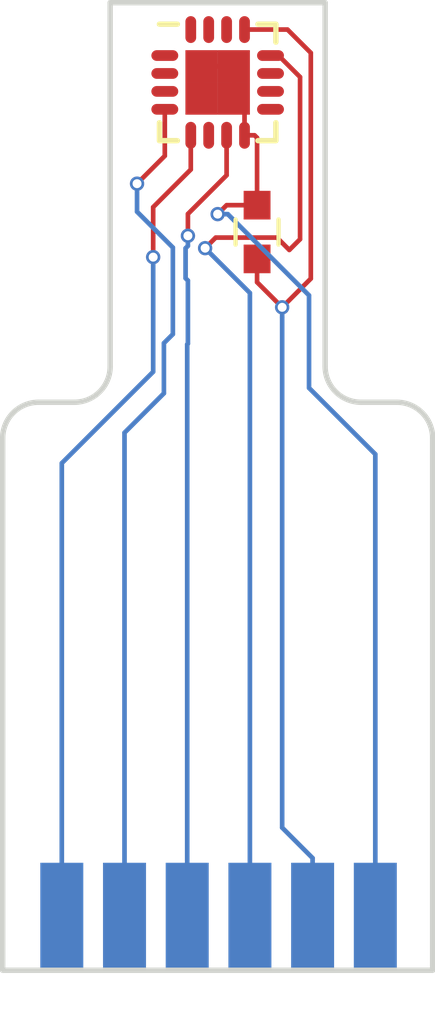
<source format=kicad_pcb>
(kicad_pcb (version 4) (host pcbnew 4.0.6)

  (general
    (links 12)
    (no_connects 0)
    (area 85.336667 58.895 99.075001 89.755)
    (thickness 1.6)
    (drawings 12)
    (tracks 72)
    (zones 0)
    (modules 3)
    (nets 7)
  )

  (page A4)
  (layers
    (0 F.Cu signal)
    (31 B.Cu signal)
    (32 B.Adhes user)
    (33 F.Adhes user)
    (34 B.Paste user)
    (35 F.Paste user)
    (36 B.SilkS user)
    (37 F.SilkS user)
    (38 B.Mask user)
    (39 F.Mask user)
    (40 Dwgs.User user)
    (41 Cmts.User user)
    (42 Eco1.User user)
    (43 Eco2.User user)
    (44 Edge.Cuts user)
    (45 Margin user)
    (46 B.CrtYd user)
    (47 F.CrtYd user)
    (48 B.Fab user)
    (49 F.Fab user)
  )

  (setup
    (last_trace_width 0.13)
    (trace_clearance 0.13)
    (zone_clearance 0.508)
    (zone_45_only no)
    (trace_min 0.1)
    (segment_width 0.2)
    (edge_width 0.15)
    (via_size 0.4)
    (via_drill 0.25)
    (via_min_size 0.2)
    (via_min_drill 0.2)
    (uvia_size 0.3)
    (uvia_drill 0.1)
    (uvias_allowed no)
    (uvia_min_size 0.2)
    (uvia_min_drill 0.1)
    (pcb_text_width 0.3)
    (pcb_text_size 1.5 1.5)
    (mod_edge_width 0.15)
    (mod_text_size 1 1)
    (mod_text_width 0.15)
    (pad_size 1.524 1.524)
    (pad_drill 0.762)
    (pad_to_mask_clearance 0.2)
    (aux_axis_origin 0 0)
    (visible_elements 7FFFFFFF)
    (pcbplotparams
      (layerselection 0x010c0_80000001)
      (usegerberextensions false)
      (excludeedgelayer true)
      (linewidth 0.100000)
      (plotframeref false)
      (viasonmask false)
      (mode 1)
      (useauxorigin false)
      (hpglpennumber 1)
      (hpglpenspeed 20)
      (hpglpendiameter 15)
      (hpglpenoverlay 2)
      (psnegative false)
      (psa4output false)
      (plotreference true)
      (plotvalue true)
      (plotinvisibletext false)
      (padsonsilk false)
      (subtractmaskfromsilk false)
      (outputformat 1)
      (mirror false)
      (drillshape 0)
      (scaleselection 1)
      (outputdirectory Gerber))
  )

  (net 0 "")
  (net 1 +3V3)
  (net 2 Earth)
  (net 3 CS)
  (net 4 MOSI)
  (net 5 MISO)
  (net 6 SCLK)

  (net_class Default "This is the default net class."
    (clearance 0.13)
    (trace_width 0.13)
    (via_dia 0.4)
    (via_drill 0.25)
    (uvia_dia 0.3)
    (uvia_drill 0.1)
    (add_net +3V3)
    (add_net CS)
    (add_net Earth)
    (add_net MISO)
    (add_net MOSI)
    (add_net SCLK)
  )

  (module Dizzy:SPI_CONN (layer B.Cu) (tedit 5BC46E55) (tstamp 5BC2E54B)
    (at 90.3 88.25)
    (path /5BC2E3A6)
    (fp_text reference J1 (at 0 -0.5) (layer B.SilkS) hide
      (effects (font (size 1 1) (thickness 0.15)) (justify mirror))
    )
    (fp_text value CONN_01X06 (at 0 0.5) (layer B.Fab) hide
      (effects (font (size 1 1) (thickness 0.15)) (justify mirror))
    )
    (pad 1 smd rect (at -1.65 -2.75) (size 1.2 3) (layers B.Cu B.Paste B.Mask)
      (net 3 CS))
    (pad 2 smd rect (at 0.1 -2.75) (size 1.2 3) (layers B.Cu B.Paste B.Mask)
      (net 4 MOSI))
    (pad 3 smd rect (at 1.85 -2.75) (size 1.2 3) (layers B.Cu B.Paste B.Mask)
      (net 5 MISO))
    (pad 4 smd rect (at 3.6 -2.75) (size 1.2 3) (layers B.Cu B.Paste B.Mask)
      (net 6 SCLK))
    (pad 5 smd rect (at 5.35 -2.75) (size 1.2 3) (layers B.Cu B.Paste B.Mask)
      (net 1 +3V3))
    (pad 6 smd rect (at 7.1 -2.75) (size 1.2 3) (layers B.Cu B.Paste B.Mask)
      (net 2 Earth))
  )

  (module Capacitors_SMD:C_0603 (layer F.Cu) (tedit 5BC46E5E) (tstamp 5BC2E541)
    (at 94.1 66.4 270)
    (descr "Capacitor SMD 0603, reflow soldering, AVX (see smccp.pdf)")
    (tags "capacitor 0603")
    (path /5BC2E464)
    (attr smd)
    (fp_text reference C1 (at 0 -1.5 270) (layer F.SilkS) hide
      (effects (font (size 1 1) (thickness 0.15)))
    )
    (fp_text value C_Small (at 0 1.5 270) (layer F.Fab)
      (effects (font (size 1 1) (thickness 0.15)))
    )
    (fp_line (start 1.4 0.65) (end -1.4 0.65) (layer F.CrtYd) (width 0.05))
    (fp_line (start 1.4 0.65) (end 1.4 -0.65) (layer F.CrtYd) (width 0.05))
    (fp_line (start -1.4 -0.65) (end -1.4 0.65) (layer F.CrtYd) (width 0.05))
    (fp_line (start -1.4 -0.65) (end 1.4 -0.65) (layer F.CrtYd) (width 0.05))
    (fp_line (start 0.35 0.6) (end -0.35 0.6) (layer F.SilkS) (width 0.12))
    (fp_line (start -0.35 -0.6) (end 0.35 -0.6) (layer F.SilkS) (width 0.12))
    (fp_line (start -0.8 -0.4) (end 0.8 -0.4) (layer F.Fab) (width 0.1))
    (fp_line (start 0.8 -0.4) (end 0.8 0.4) (layer F.Fab) (width 0.1))
    (fp_line (start 0.8 0.4) (end -0.8 0.4) (layer F.Fab) (width 0.1))
    (fp_line (start -0.8 0.4) (end -0.8 -0.4) (layer F.Fab) (width 0.1))
    (fp_text user %R (at 0 0 270) (layer F.Fab)
      (effects (font (size 0.3 0.3) (thickness 0.075)))
    )
    (pad 2 smd rect (at 0.75 0 270) (size 0.8 0.75) (layers F.Cu F.Paste F.Mask)
      (net 1 +3V3))
    (pad 1 smd rect (at -0.75 0 270) (size 0.8 0.75) (layers F.Cu F.Paste F.Mask)
      (net 2 Earth))
    (model Capacitors_SMD.3dshapes/C_0603.wrl
      (at (xyz 0 0 0))
      (scale (xyz 1 1 1))
      (rotate (xyz 0 0 0))
    )
  )

  (module Housings_DFN_QFN:QFN-16-1EP_3x3mm_Pitch0.5mm (layer F.Cu) (tedit 5BC46E64) (tstamp 5BC2E563)
    (at 93 62.225)
    (descr "16-Lead Plastic Quad Flat, No Lead Package (NG) - 3x3x0.9 mm Body [QFN]; (see Microchip Packaging Specification 00000049BS.pdf)")
    (tags "QFN 0.5")
    (path /5BC2E305)
    (attr smd)
    (fp_text reference U1 (at 0 -2.85) (layer F.SilkS) hide
      (effects (font (size 1 1) (thickness 0.15)))
    )
    (fp_text value MA700 (at 0 2.85) (layer F.Fab)
      (effects (font (size 1 1) (thickness 0.15)))
    )
    (fp_line (start -0.5 -1.5) (end 1.5 -1.5) (layer F.Fab) (width 0.15))
    (fp_line (start 1.5 -1.5) (end 1.5 1.5) (layer F.Fab) (width 0.15))
    (fp_line (start 1.5 1.5) (end -1.5 1.5) (layer F.Fab) (width 0.15))
    (fp_line (start -1.5 1.5) (end -1.5 -0.5) (layer F.Fab) (width 0.15))
    (fp_line (start -1.5 -0.5) (end -0.5 -1.5) (layer F.Fab) (width 0.15))
    (fp_line (start -2.1 -2.1) (end -2.1 2.1) (layer F.CrtYd) (width 0.05))
    (fp_line (start 2.1 -2.1) (end 2.1 2.1) (layer F.CrtYd) (width 0.05))
    (fp_line (start -2.1 -2.1) (end 2.1 -2.1) (layer F.CrtYd) (width 0.05))
    (fp_line (start -2.1 2.1) (end 2.1 2.1) (layer F.CrtYd) (width 0.05))
    (fp_line (start 1.625 -1.625) (end 1.625 -1.125) (layer F.SilkS) (width 0.15))
    (fp_line (start -1.625 1.625) (end -1.625 1.125) (layer F.SilkS) (width 0.15))
    (fp_line (start 1.625 1.625) (end 1.625 1.125) (layer F.SilkS) (width 0.15))
    (fp_line (start -1.625 -1.625) (end -1.125 -1.625) (layer F.SilkS) (width 0.15))
    (fp_line (start -1.625 1.625) (end -1.125 1.625) (layer F.SilkS) (width 0.15))
    (fp_line (start 1.625 1.625) (end 1.125 1.625) (layer F.SilkS) (width 0.15))
    (fp_line (start 1.625 -1.625) (end 1.125 -1.625) (layer F.SilkS) (width 0.15))
    (pad 1 smd oval (at -1.475 -0.75) (size 0.75 0.3) (layers F.Cu F.Paste F.Mask))
    (pad 2 smd oval (at -1.475 -0.25) (size 0.75 0.3) (layers F.Cu F.Paste F.Mask))
    (pad 3 smd oval (at -1.475 0.25) (size 0.75 0.3) (layers F.Cu F.Paste F.Mask))
    (pad 4 smd oval (at -1.475 0.75) (size 0.75 0.3) (layers F.Cu F.Paste F.Mask)
      (net 4 MOSI))
    (pad 5 smd oval (at -0.75 1.475 90) (size 0.75 0.3) (layers F.Cu F.Paste F.Mask)
      (net 3 CS))
    (pad 6 smd oval (at -0.25 1.475 90) (size 0.75 0.3) (layers F.Cu F.Paste F.Mask))
    (pad 7 smd oval (at 0.25 1.475 90) (size 0.75 0.3) (layers F.Cu F.Paste F.Mask)
      (net 5 MISO))
    (pad 8 smd oval (at 0.75 1.475 90) (size 0.75 0.3) (layers F.Cu F.Paste F.Mask)
      (net 2 Earth))
    (pad 9 smd oval (at 1.475 0.75) (size 0.75 0.3) (layers F.Cu F.Paste F.Mask))
    (pad 10 smd oval (at 1.475 0.25) (size 0.75 0.3) (layers F.Cu F.Paste F.Mask))
    (pad 11 smd oval (at 1.475 -0.25) (size 0.75 0.3) (layers F.Cu F.Paste F.Mask))
    (pad 12 smd oval (at 1.475 -0.75) (size 0.75 0.3) (layers F.Cu F.Paste F.Mask)
      (net 6 SCLK))
    (pad 13 smd oval (at 0.75 -1.475 90) (size 0.75 0.3) (layers F.Cu F.Paste F.Mask)
      (net 1 +3V3))
    (pad 14 smd oval (at 0.25 -1.475 90) (size 0.75 0.3) (layers F.Cu F.Paste F.Mask))
    (pad 15 smd oval (at -0.25 -1.475 90) (size 0.75 0.3) (layers F.Cu F.Paste F.Mask))
    (pad 16 smd oval (at -0.75 -1.475 90) (size 0.75 0.3) (layers F.Cu F.Paste F.Mask))
    (pad 17 smd rect (at 0.45 0.45) (size 0.9 0.9) (layers F.Cu F.Paste F.Mask)
      (net 2 Earth) (solder_paste_margin_ratio -0.2))
    (pad 17 smd rect (at 0.45 -0.45) (size 0.9 0.9) (layers F.Cu F.Paste F.Mask)
      (net 2 Earth) (solder_paste_margin_ratio -0.2))
    (pad 17 smd rect (at -0.45 0.45) (size 0.9 0.9) (layers F.Cu F.Paste F.Mask)
      (net 2 Earth) (solder_paste_margin_ratio -0.2))
    (pad 17 smd rect (at -0.45 -0.45) (size 0.9 0.9) (layers F.Cu F.Paste F.Mask)
      (net 2 Earth) (solder_paste_margin_ratio -0.2))
    (model ${KISYS3DMOD}/Housings_DFN_QFN.3dshapes/QFN-16-1EP_3x3mm_Pitch0.5mm.wrl
      (at (xyz 0 0 0))
      (scale (xyz 1 1 1))
      (rotate (xyz 0 0 0))
    )
  )

  (gr_arc (start 98 72.15) (end 98 71.15) (angle 90) (layer Edge.Cuts) (width 0.15))
  (gr_arc (start 97 70.15) (end 97 71.15) (angle 90) (layer Edge.Cuts) (width 0.15))
  (gr_arc (start 88 72.15) (end 87 72.15) (angle 90) (layer Edge.Cuts) (width 0.15))
  (gr_arc (start 89 70.15) (end 90 70.15) (angle 90) (layer Edge.Cuts) (width 0.15))
  (gr_line (start 98 71.15) (end 97 71.15) (layer Edge.Cuts) (width 0.15))
  (gr_line (start 99 87) (end 99 72.15) (layer Edge.Cuts) (width 0.15))
  (gr_line (start 88 71.15) (end 89 71.15) (layer Edge.Cuts) (width 0.15))
  (gr_line (start 87 87) (end 87 72.15) (layer Edge.Cuts) (width 0.15))
  (gr_line (start 87 87) (end 99 87) (layer Edge.Cuts) (width 0.15))
  (gr_line (start 90 60) (end 96 60) (layer Edge.Cuts) (width 0.15))
  (gr_line (start 96 60) (end 96 70.15) (layer Edge.Cuts) (width 0.15))
  (gr_line (start 90 60) (end 90 70.15) (layer Edge.Cuts) (width 0.15))

  (segment (start 94.999999 68.300001) (end 94.8 68.5) (width 0.13) (layer F.Cu) (net 1))
  (segment (start 95.6 61.4) (end 95.6 67.7) (width 0.13) (layer F.Cu) (net 1))
  (segment (start 93.75 60.75) (end 94.95 60.75) (width 0.13) (layer F.Cu) (net 1))
  (segment (start 94.1 67.8) (end 94.600001 68.300001) (width 0.13) (layer F.Cu) (net 1))
  (segment (start 94.95 60.75) (end 95.6 61.4) (width 0.13) (layer F.Cu) (net 1))
  (segment (start 94.1 67.15) (end 94.1 67.8) (width 0.13) (layer F.Cu) (net 1))
  (segment (start 94.600001 68.300001) (end 94.8 68.5) (width 0.13) (layer F.Cu) (net 1))
  (segment (start 94.8 68.782842) (end 94.8 68.5) (width 0.13) (layer B.Cu) (net 1))
  (segment (start 95.6 67.7) (end 94.999999 68.300001) (width 0.13) (layer F.Cu) (net 1))
  (segment (start 95.65 85.5) (end 95.65 83.87) (width 0.13) (layer B.Cu) (net 1))
  (segment (start 95.65 83.87) (end 94.8 83.02) (width 0.13) (layer B.Cu) (net 1))
  (segment (start 94.8 83.02) (end 94.8 68.782842) (width 0.13) (layer B.Cu) (net 1))
  (via (at 94.8 68.5) (size 0.4) (drill 0.25) (layers F.Cu B.Cu) (net 1))
  (segment (start 97.4 72.6) (end 95.55 70.75) (width 0.13) (layer B.Cu) (net 2))
  (segment (start 97.4 85.5) (end 97.4 72.6) (width 0.13) (layer B.Cu) (net 2))
  (segment (start 95.55 70.75) (end 95.55 68.167164) (width 0.13) (layer B.Cu) (net 2))
  (segment (start 95.55 68.167164) (end 93.282842 65.900006) (width 0.13) (layer B.Cu) (net 2))
  (segment (start 93.282842 65.900006) (end 93 65.900006) (width 0.13) (layer B.Cu) (net 2))
  (segment (start 93.199999 65.700007) (end 93 65.900006) (width 0.13) (layer F.Cu) (net 2))
  (segment (start 93.250006 65.65) (end 93.199999 65.700007) (width 0.13) (layer F.Cu) (net 2))
  (segment (start 94.1 65.65) (end 93.250006 65.65) (width 0.13) (layer F.Cu) (net 2))
  (via (at 93 65.900006) (size 0.4) (drill 0.25) (layers F.Cu B.Cu) (net 2))
  (segment (start 92.55 61.775) (end 92.55 62.675) (width 0.13) (layer F.Cu) (net 2))
  (segment (start 93.45 61.775) (end 92.55 61.775) (width 0.13) (layer F.Cu) (net 2))
  (segment (start 93.45 62.675) (end 93.45 61.775) (width 0.13) (layer F.Cu) (net 2))
  (segment (start 93.75 63.7) (end 93.75 62.975) (width 0.13) (layer F.Cu) (net 2))
  (segment (start 93.75 62.975) (end 93.45 62.675) (width 0.13) (layer F.Cu) (net 2))
  (segment (start 94.1 65.65) (end 94.1 63.77) (width 0.13) (layer F.Cu) (net 2))
  (segment (start 94.1 63.77) (end 94.03 63.7) (width 0.13) (layer F.Cu) (net 2))
  (segment (start 94.03 63.7) (end 93.75 63.7) (width 0.13) (layer F.Cu) (net 2))
  (segment (start 91.2 67.1) (end 91.2 70.3) (width 0.13) (layer B.Cu) (net 3))
  (segment (start 91.2 70.3) (end 88.65 72.85) (width 0.13) (layer B.Cu) (net 3))
  (segment (start 88.65 72.85) (end 88.65 85.5) (width 0.13) (layer B.Cu) (net 3))
  (segment (start 91.2 66.817158) (end 91.2 67.1) (width 0.13) (layer F.Cu) (net 3))
  (segment (start 91.2 65.705) (end 91.2 66.817158) (width 0.13) (layer F.Cu) (net 3))
  (segment (start 92.25 64.655) (end 91.2 65.705) (width 0.13) (layer F.Cu) (net 3))
  (via (at 91.2 67.1) (size 0.4) (drill 0.25) (layers F.Cu B.Cu) (net 3))
  (segment (start 92.25 63.7) (end 92.25 64.655) (width 0.13) (layer F.Cu) (net 3))
  (segment (start 90.75 65.05) (end 90.75 65.832842) (width 0.13) (layer B.Cu) (net 4))
  (segment (start 90.75 65.832842) (end 91.75 66.832842) (width 0.13) (layer B.Cu) (net 4))
  (segment (start 91.75 66.832842) (end 91.75 69.25) (width 0.13) (layer B.Cu) (net 4))
  (segment (start 91.75 69.25) (end 91.5 69.5) (width 0.13) (layer B.Cu) (net 4))
  (segment (start 91.5 69.5) (end 91.5 70.9) (width 0.13) (layer B.Cu) (net 4))
  (segment (start 91.5 70.9) (end 90.4 72) (width 0.13) (layer B.Cu) (net 4))
  (segment (start 90.4 72) (end 90.4 85.5) (width 0.13) (layer B.Cu) (net 4))
  (segment (start 90.949999 64.850001) (end 90.75 65.05) (width 0.13) (layer F.Cu) (net 4))
  (segment (start 91.525 62.975) (end 91.525 64.275) (width 0.13) (layer F.Cu) (net 4))
  (segment (start 91.525 64.275) (end 90.949999 64.850001) (width 0.13) (layer F.Cu) (net 4))
  (via (at 90.75 65.05) (size 0.4) (drill 0.25) (layers F.Cu B.Cu) (net 4))
  (segment (start 93.25 64.205) (end 93.25 63.7) (width 0.13) (layer F.Cu) (net 5))
  (segment (start 93.25 64.815398) (end 93.25 64.205) (width 0.13) (layer F.Cu) (net 5))
  (segment (start 92.170003 65.895395) (end 93.25 64.815398) (width 0.13) (layer F.Cu) (net 5))
  (segment (start 92.170003 66.504021) (end 92.170003 65.895395) (width 0.13) (layer F.Cu) (net 5))
  (segment (start 92.15 69.534602) (end 92.170003 69.514599) (width 0.13) (layer B.Cu) (net 5))
  (segment (start 92.170003 67.754607) (end 92.104998 67.689602) (width 0.13) (layer B.Cu) (net 5))
  (segment (start 92.170003 69.514599) (end 92.170003 67.754607) (width 0.13) (layer B.Cu) (net 5))
  (segment (start 92.104998 66.851868) (end 92.170003 66.786863) (width 0.13) (layer B.Cu) (net 5))
  (segment (start 92.104998 67.689602) (end 92.104998 66.851868) (width 0.13) (layer B.Cu) (net 5))
  (segment (start 92.15 85.5) (end 92.15 69.534602) (width 0.13) (layer B.Cu) (net 5))
  (segment (start 92.170003 66.786863) (end 92.170003 66.504021) (width 0.13) (layer B.Cu) (net 5))
  (via (at 92.170003 66.504021) (size 0.4) (drill 0.25) (layers F.Cu B.Cu) (net 5))
  (segment (start 92.945001 66.554999) (end 92.65 66.85) (width 0.13) (layer F.Cu) (net 6))
  (segment (start 94.654999 66.554999) (end 92.945001 66.554999) (width 0.13) (layer F.Cu) (net 6))
  (segment (start 94.475 61.475) (end 94.7 61.475) (width 0.13) (layer F.Cu) (net 6))
  (segment (start 92.849999 67.049999) (end 92.65 66.85) (width 0.13) (layer B.Cu) (net 6))
  (segment (start 93.9 85.5) (end 93.9 68.1) (width 0.13) (layer B.Cu) (net 6))
  (via (at 92.65 66.85) (size 0.4) (drill 0.25) (layers F.Cu B.Cu) (net 6))
  (segment (start 93.9 68.1) (end 92.849999 67.049999) (width 0.13) (layer B.Cu) (net 6))
  (segment (start 95.3 62.075) (end 95.3 66.6) (width 0.13) (layer F.Cu) (net 6))
  (segment (start 95 66.9) (end 94.654999 66.554999) (width 0.13) (layer F.Cu) (net 6))
  (segment (start 95.3 66.6) (end 95 66.9) (width 0.13) (layer F.Cu) (net 6))
  (segment (start 94.7 61.475) (end 95.3 62.075) (width 0.13) (layer F.Cu) (net 6))

)

</source>
